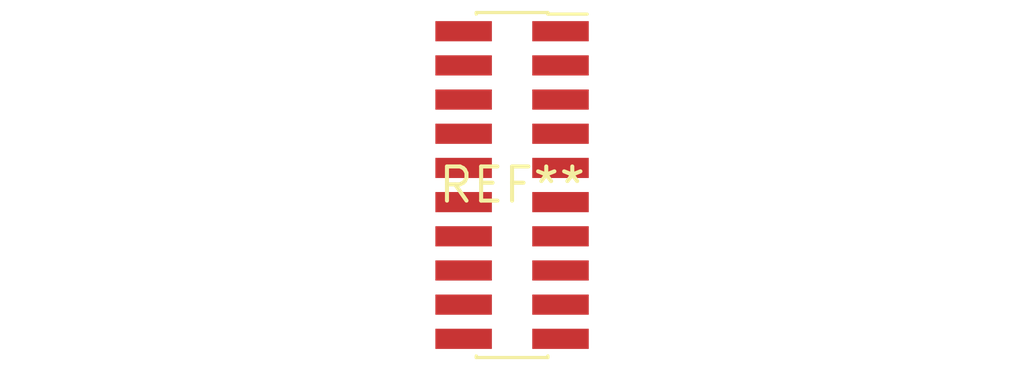
<source format=kicad_pcb>
(kicad_pcb (version 20240108) (generator pcbnew)
  (layers (0 "F.Cu" signal) (31 "B.Cu" signal) (34 "B.Paste" user) (35 "F.Paste" user) (36 "B.SilkS" user "B.Silkscreen") (37 "F.SilkS" user "F.Silkscreen") (38 "B.Mask" user) (39 "F.Mask" user) (44 "Edge.Cuts" user))
  (net 0 "")
  (footprint "PinSocket_2x10_P1.27mm_Vertical_SMD" (layer "F.Cu") (at 0 0)
    (property "Reference" "REF**")
    (property "Value" "PinSocket_2x10_P1.27mm_Vertical_SMD")
    (fp_line (start -1.33 -6.41) (end -1.33 -6.35) (layer "F.SilkS") (stroke (width 0.12)))
    (fp_line (start -1.33 -6.41) (end 1.33 -6.41) (layer "F.SilkS") (stroke (width 0.12)))
    (fp_line (start -1.33 6.35) (end -1.33 6.41) (layer "F.SilkS") (stroke (width 0.12)))
    (fp_line (start -1.33 6.41) (end 1.33 6.41) (layer "F.SilkS") (stroke (width 0.12)))
    (fp_line (start 1.33 -6.41) (end 1.33 -6.35) (layer "F.SilkS") (stroke (width 0.12)))
    (fp_line (start 1.33 -6.35) (end 2.79 -6.35) (layer "F.SilkS") (stroke (width 0.12)))
    (fp_line (start 1.33 6.35) (end 1.33 6.41) (layer "F.SilkS") (stroke (width 0.12)))
    (pad "1" smd rect (at 1.8 -5.715) (size 2.1 0.75) (layers "F.Cu" "F.Paste" "F.Mask"))
    (pad "2" smd rect (at -1.8 -5.715) (size 2.1 0.75) (layers "F.Cu" "F.Paste" "F.Mask"))
    (pad "3" smd rect (at 1.8 -4.445) (size 2.1 0.75) (layers "F.Cu" "F.Paste" "F.Mask"))
    (pad "4" smd rect (at -1.8 -4.445) (size 2.1 0.75) (layers "F.Cu" "F.Paste" "F.Mask"))
    (pad "5" smd rect (at 1.8 -3.175) (size 2.1 0.75) (layers "F.Cu" "F.Paste" "F.Mask"))
    (pad "6" smd rect (at -1.8 -3.175) (size 2.1 0.75) (layers "F.Cu" "F.Paste" "F.Mask"))
    (pad "7" smd rect (at 1.8 -1.905) (size 2.1 0.75) (layers "F.Cu" "F.Paste" "F.Mask"))
    (pad "8" smd rect (at -1.8 -1.905) (size 2.1 0.75) (layers "F.Cu" "F.Paste" "F.Mask"))
    (pad "9" smd rect (at 1.8 -0.635) (size 2.1 0.75) (layers "F.Cu" "F.Paste" "F.Mask"))
    (pad "10" smd rect (at -1.8 -0.635) (size 2.1 0.75) (layers "F.Cu" "F.Paste" "F.Mask"))
    (pad "11" smd rect (at 1.8 0.635) (size 2.1 0.75) (layers "F.Cu" "F.Paste" "F.Mask"))
    (pad "12" smd rect (at -1.8 0.635) (size 2.1 0.75) (layers "F.Cu" "F.Paste" "F.Mask"))
    (pad "13" smd rect (at 1.8 1.905) (size 2.1 0.75) (layers "F.Cu" "F.Paste" "F.Mask"))
    (pad "14" smd rect (at -1.8 1.905) (size 2.1 0.75) (layers "F.Cu" "F.Paste" "F.Mask"))
    (pad "15" smd rect (at 1.8 3.175) (size 2.1 0.75) (layers "F.Cu" "F.Paste" "F.Mask"))
    (pad "16" smd rect (at -1.8 3.175) (size 2.1 0.75) (layers "F.Cu" "F.Paste" "F.Mask"))
    (pad "17" smd rect (at 1.8 4.445) (size 2.1 0.75) (layers "F.Cu" "F.Paste" "F.Mask"))
    (pad "18" smd rect (at -1.8 4.445) (size 2.1 0.75) (layers "F.Cu" "F.Paste" "F.Mask"))
    (pad "19" smd rect (at 1.8 5.715) (size 2.1 0.75) (layers "F.Cu" "F.Paste" "F.Mask"))
    (pad "20" smd rect (at -1.8 5.715) (size 2.1 0.75) (layers "F.Cu" "F.Paste" "F.Mask"))
  )
)
</source>
